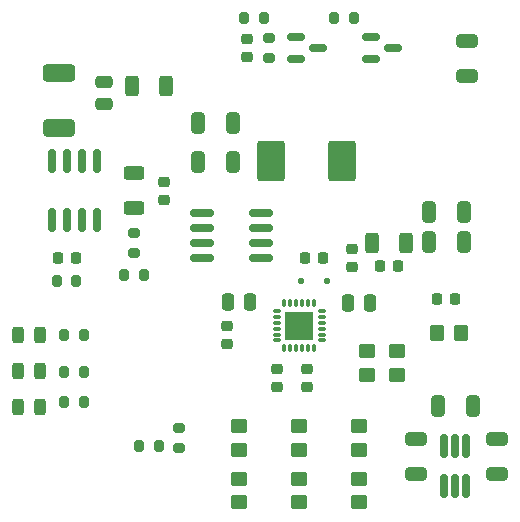
<source format=gtp>
%TF.GenerationSoftware,KiCad,Pcbnew,8.0.2*%
%TF.CreationDate,2024-05-28T03:04:17+03:00*%
%TF.ProjectId,ups,7570732e-6b69-4636-9164-5f7063625858,rev?*%
%TF.SameCoordinates,Original*%
%TF.FileFunction,Paste,Top*%
%TF.FilePolarity,Positive*%
%FSLAX46Y46*%
G04 Gerber Fmt 4.6, Leading zero omitted, Abs format (unit mm)*
G04 Created by KiCad (PCBNEW 8.0.2) date 2024-05-28 03:04:17*
%MOMM*%
%LPD*%
G01*
G04 APERTURE LIST*
G04 Aperture macros list*
%AMRoundRect*
0 Rectangle with rounded corners*
0 $1 Rounding radius*
0 $2 $3 $4 $5 $6 $7 $8 $9 X,Y pos of 4 corners*
0 Add a 4 corners polygon primitive as box body*
4,1,4,$2,$3,$4,$5,$6,$7,$8,$9,$2,$3,0*
0 Add four circle primitives for the rounded corners*
1,1,$1+$1,$2,$3*
1,1,$1+$1,$4,$5*
1,1,$1+$1,$6,$7*
1,1,$1+$1,$8,$9*
0 Add four rect primitives between the rounded corners*
20,1,$1+$1,$2,$3,$4,$5,0*
20,1,$1+$1,$4,$5,$6,$7,0*
20,1,$1+$1,$6,$7,$8,$9,0*
20,1,$1+$1,$8,$9,$2,$3,0*%
G04 Aperture macros list end*
%ADD10RoundRect,0.150000X0.150000X-0.825000X0.150000X0.825000X-0.150000X0.825000X-0.150000X-0.825000X0*%
%ADD11RoundRect,0.200000X-0.200000X-0.275000X0.200000X-0.275000X0.200000X0.275000X-0.200000X0.275000X0*%
%ADD12RoundRect,0.250000X-0.325000X-0.650000X0.325000X-0.650000X0.325000X0.650000X-0.325000X0.650000X0*%
%ADD13RoundRect,0.250000X0.450000X-0.350000X0.450000X0.350000X-0.450000X0.350000X-0.450000X-0.350000X0*%
%ADD14RoundRect,0.162500X-0.162500X0.837500X-0.162500X-0.837500X0.162500X-0.837500X0.162500X0.837500X0*%
%ADD15RoundRect,0.250000X0.350000X0.450000X-0.350000X0.450000X-0.350000X-0.450000X0.350000X-0.450000X0*%
%ADD16RoundRect,0.250000X-0.650000X0.325000X-0.650000X-0.325000X0.650000X-0.325000X0.650000X0.325000X0*%
%ADD17RoundRect,0.250000X0.325000X0.650000X-0.325000X0.650000X-0.325000X-0.650000X0.325000X-0.650000X0*%
%ADD18RoundRect,0.250000X0.650000X-0.325000X0.650000X0.325000X-0.650000X0.325000X-0.650000X-0.325000X0*%
%ADD19RoundRect,0.250000X-0.625000X0.312500X-0.625000X-0.312500X0.625000X-0.312500X0.625000X0.312500X0*%
%ADD20RoundRect,0.225000X-0.250000X0.225000X-0.250000X-0.225000X0.250000X-0.225000X0.250000X0.225000X0*%
%ADD21RoundRect,0.225000X-0.225000X-0.250000X0.225000X-0.250000X0.225000X0.250000X-0.225000X0.250000X0*%
%ADD22RoundRect,0.200000X0.275000X-0.200000X0.275000X0.200000X-0.275000X0.200000X-0.275000X-0.200000X0*%
%ADD23RoundRect,0.243750X0.243750X0.456250X-0.243750X0.456250X-0.243750X-0.456250X0.243750X-0.456250X0*%
%ADD24RoundRect,0.250000X0.250000X0.475000X-0.250000X0.475000X-0.250000X-0.475000X0.250000X-0.475000X0*%
%ADD25RoundRect,0.225000X0.250000X-0.225000X0.250000X0.225000X-0.250000X0.225000X-0.250000X-0.225000X0*%
%ADD26RoundRect,0.235000X-0.940000X-1.465000X0.940000X-1.465000X0.940000X1.465000X-0.940000X1.465000X0*%
%ADD27RoundRect,0.225000X0.225000X0.250000X-0.225000X0.250000X-0.225000X-0.250000X0.225000X-0.250000X0*%
%ADD28RoundRect,0.200000X-0.275000X0.200000X-0.275000X-0.200000X0.275000X-0.200000X0.275000X0.200000X0*%
%ADD29RoundRect,0.250000X-0.250000X-0.475000X0.250000X-0.475000X0.250000X0.475000X-0.250000X0.475000X0*%
%ADD30RoundRect,0.125000X-0.125000X-0.125000X0.125000X-0.125000X0.125000X0.125000X-0.125000X0.125000X0*%
%ADD31R,2.450000X2.450000*%
%ADD32RoundRect,0.006250X-0.118750X0.293750X-0.118750X-0.293750X0.118750X-0.293750X0.118750X0.293750X0*%
%ADD33RoundRect,0.006250X0.293750X0.118750X-0.293750X0.118750X-0.293750X-0.118750X0.293750X-0.118750X0*%
%ADD34RoundRect,0.006250X0.118750X-0.293750X0.118750X0.293750X-0.118750X0.293750X-0.118750X-0.293750X0*%
%ADD35RoundRect,0.006250X-0.293750X-0.118750X0.293750X-0.118750X0.293750X0.118750X-0.293750X0.118750X0*%
%ADD36RoundRect,0.150000X-0.587500X-0.150000X0.587500X-0.150000X0.587500X0.150000X-0.587500X0.150000X0*%
%ADD37RoundRect,0.250000X-0.450000X0.350000X-0.450000X-0.350000X0.450000X-0.350000X0.450000X0.350000X0*%
%ADD38RoundRect,0.250000X0.312500X0.625000X-0.312500X0.625000X-0.312500X-0.625000X0.312500X-0.625000X0*%
%ADD39RoundRect,0.250000X0.475000X-0.250000X0.475000X0.250000X-0.475000X0.250000X-0.475000X-0.250000X0*%
%ADD40RoundRect,0.327333X-1.059917X0.409167X-1.059917X-0.409167X1.059917X-0.409167X1.059917X0.409167X0*%
%ADD41RoundRect,0.327333X-1.030667X0.409167X-1.030667X-0.409167X1.030667X-0.409167X1.030667X0.409167X0*%
%ADD42RoundRect,0.250000X-0.312500X-0.625000X0.312500X-0.625000X0.312500X0.625000X-0.312500X0.625000X0*%
%ADD43RoundRect,0.150000X-0.825000X-0.150000X0.825000X-0.150000X0.825000X0.150000X-0.825000X0.150000X0*%
G04 APERTURE END LIST*
D10*
%TO.C,Q1*%
X89535000Y-65975000D03*
X90805000Y-65975000D03*
X92075000Y-65975000D03*
X93345000Y-65975000D03*
X93345000Y-61025000D03*
X92075000Y-61025000D03*
X90805000Y-61025000D03*
X89535000Y-61025000D03*
%TD*%
D11*
%TO.C,R15*%
X90615000Y-75695000D03*
X92265000Y-75695000D03*
%TD*%
%TO.C,R23*%
X96965000Y-85090000D03*
X98615000Y-85090000D03*
%TD*%
D12*
%TO.C,C10*%
X121461000Y-67818000D03*
X124411000Y-67818000D03*
%TD*%
D13*
%TO.C,R10*%
X105410000Y-89900000D03*
X105410000Y-87900000D03*
%TD*%
D14*
%TO.C,U2*%
X124648000Y-85090000D03*
X123698000Y-85090000D03*
X122748000Y-85090000D03*
X122748000Y-88510000D03*
X123698000Y-88510000D03*
X124648000Y-88510000D03*
%TD*%
D15*
%TO.C,R19*%
X124190000Y-75565000D03*
X122190000Y-75565000D03*
%TD*%
D16*
%TO.C,C1*%
X124714000Y-50849000D03*
X124714000Y-53799000D03*
%TD*%
D13*
%TO.C,R18*%
X115570000Y-85455000D03*
X115570000Y-83455000D03*
%TD*%
D17*
%TO.C,C3*%
X104853000Y-57737000D03*
X101903000Y-57737000D03*
%TD*%
D18*
%TO.C,C20*%
X120396000Y-87513000D03*
X120396000Y-84563000D03*
%TD*%
D19*
%TO.C,R2*%
X96520000Y-62037500D03*
X96520000Y-64962500D03*
%TD*%
D20*
%TO.C,C17*%
X108585000Y-78600000D03*
X108585000Y-80150000D03*
%TD*%
D11*
%TO.C,R8*%
X113475000Y-48895000D03*
X115125000Y-48895000D03*
%TD*%
D12*
%TO.C,C19*%
X122223000Y-81720000D03*
X125173000Y-81720000D03*
%TD*%
D21*
%TO.C,C9*%
X110985000Y-69215000D03*
X112535000Y-69215000D03*
%TD*%
D20*
%TO.C,C4*%
X99060000Y-62725000D03*
X99060000Y-64275000D03*
%TD*%
D22*
%TO.C,R6*%
X96520000Y-68770000D03*
X96520000Y-67120000D03*
%TD*%
D23*
%TO.C,D2*%
X88567500Y-81780000D03*
X86692500Y-81780000D03*
%TD*%
D24*
%TO.C,C8*%
X106360000Y-72898000D03*
X104460000Y-72898000D03*
%TD*%
D18*
%TO.C,C15*%
X127254000Y-87513000D03*
X127254000Y-84563000D03*
%TD*%
D12*
%TO.C,C11*%
X121461000Y-65278000D03*
X124411000Y-65278000D03*
%TD*%
D25*
%TO.C,C13*%
X104394000Y-76467000D03*
X104394000Y-74917000D03*
%TD*%
D26*
%TO.C,L1*%
X108100000Y-60960000D03*
X114150000Y-60960000D03*
%TD*%
D27*
%TO.C,C14*%
X123711000Y-72644000D03*
X122161000Y-72644000D03*
%TD*%
D11*
%TO.C,R3*%
X89980000Y-71120000D03*
X91630000Y-71120000D03*
%TD*%
D28*
%TO.C,R22*%
X100330000Y-83630000D03*
X100330000Y-85280000D03*
%TD*%
D29*
%TO.C,C18*%
X114620000Y-73025000D03*
X116520000Y-73025000D03*
%TD*%
D25*
%TO.C,C16*%
X114935000Y-69990000D03*
X114935000Y-68440000D03*
%TD*%
D11*
%TO.C,R5*%
X105855000Y-48895000D03*
X107505000Y-48895000D03*
%TD*%
D30*
%TO.C,D1*%
X110660000Y-71120000D03*
X112860000Y-71120000D03*
%TD*%
D22*
%TO.C,R4*%
X107950000Y-52260000D03*
X107950000Y-50610000D03*
%TD*%
D21*
%TO.C,C5*%
X90030000Y-69215000D03*
X91580000Y-69215000D03*
%TD*%
D13*
%TO.C,R11*%
X110490000Y-89900000D03*
X110490000Y-87900000D03*
%TD*%
D17*
%TO.C,C2*%
X104853000Y-61087000D03*
X101903000Y-61087000D03*
%TD*%
D13*
%TO.C,R16*%
X105410000Y-85455000D03*
X105410000Y-83455000D03*
%TD*%
D25*
%TO.C,C7*%
X106045000Y-52210000D03*
X106045000Y-50660000D03*
%TD*%
D13*
%TO.C,R12*%
X115570000Y-89900000D03*
X115570000Y-87900000D03*
%TD*%
D31*
%TO.C,U1*%
X110490000Y-74930000D03*
D32*
X109240000Y-73030000D03*
X109740000Y-73030000D03*
X110240000Y-73030000D03*
X110740000Y-73030000D03*
X111240000Y-73030000D03*
X111740000Y-73030000D03*
D33*
X112390000Y-73680000D03*
X112390000Y-74180000D03*
X112390000Y-74680000D03*
X112390000Y-75180000D03*
X112390000Y-75680000D03*
X112390000Y-76180000D03*
D34*
X111740000Y-76830000D03*
X111240000Y-76830000D03*
X110740000Y-76830000D03*
X110240000Y-76830000D03*
X109740000Y-76830000D03*
X109240000Y-76830000D03*
D35*
X108590000Y-76180000D03*
X108590000Y-75680000D03*
X108590000Y-75180000D03*
X108590000Y-74680000D03*
X108590000Y-74180000D03*
X108590000Y-73680000D03*
%TD*%
D13*
%TO.C,R17*%
X110490000Y-85455000D03*
X110490000Y-83455000D03*
%TD*%
D36*
%TO.C,Q3*%
X116537500Y-50485000D03*
X116537500Y-52385000D03*
X118412500Y-51435000D03*
%TD*%
D23*
%TO.C,D4*%
X88567500Y-75700000D03*
X86692500Y-75700000D03*
%TD*%
D11*
%TO.C,R1*%
X95695000Y-70612000D03*
X97345000Y-70612000D03*
%TD*%
D37*
%TO.C,R20*%
X118745000Y-77105000D03*
X118745000Y-79105000D03*
%TD*%
D20*
%TO.C,C21*%
X111125000Y-78600000D03*
X111125000Y-80150000D03*
%TD*%
D37*
%TO.C,R21*%
X116205000Y-77105000D03*
X116205000Y-79105000D03*
%TD*%
D38*
%TO.C,R7*%
X99252500Y-54610000D03*
X96327500Y-54610000D03*
%TD*%
D39*
%TO.C,C6*%
X93980000Y-56195000D03*
X93980000Y-54295000D03*
%TD*%
D40*
%TO.C,F1*%
X90170000Y-53568500D03*
D41*
X90170000Y-58191500D03*
%TD*%
D23*
%TO.C,D3*%
X88567500Y-78740000D03*
X86692500Y-78740000D03*
%TD*%
D42*
%TO.C,R9*%
X116647500Y-67945000D03*
X119572500Y-67945000D03*
%TD*%
D21*
%TO.C,C12*%
X117335000Y-69850000D03*
X118885000Y-69850000D03*
%TD*%
D43*
%TO.C,Q4*%
X102300000Y-65405000D03*
X102300000Y-66675000D03*
X102300000Y-67945000D03*
X102300000Y-69215000D03*
X107250000Y-69215000D03*
X107250000Y-67945000D03*
X107250000Y-66675000D03*
X107250000Y-65405000D03*
%TD*%
D11*
%TO.C,R14*%
X90615000Y-78870000D03*
X92265000Y-78870000D03*
%TD*%
%TO.C,R13*%
X90615000Y-81410000D03*
X92265000Y-81410000D03*
%TD*%
D36*
%TO.C,Q2*%
X110187500Y-50485000D03*
X110187500Y-52385000D03*
X112062500Y-51435000D03*
%TD*%
M02*

</source>
